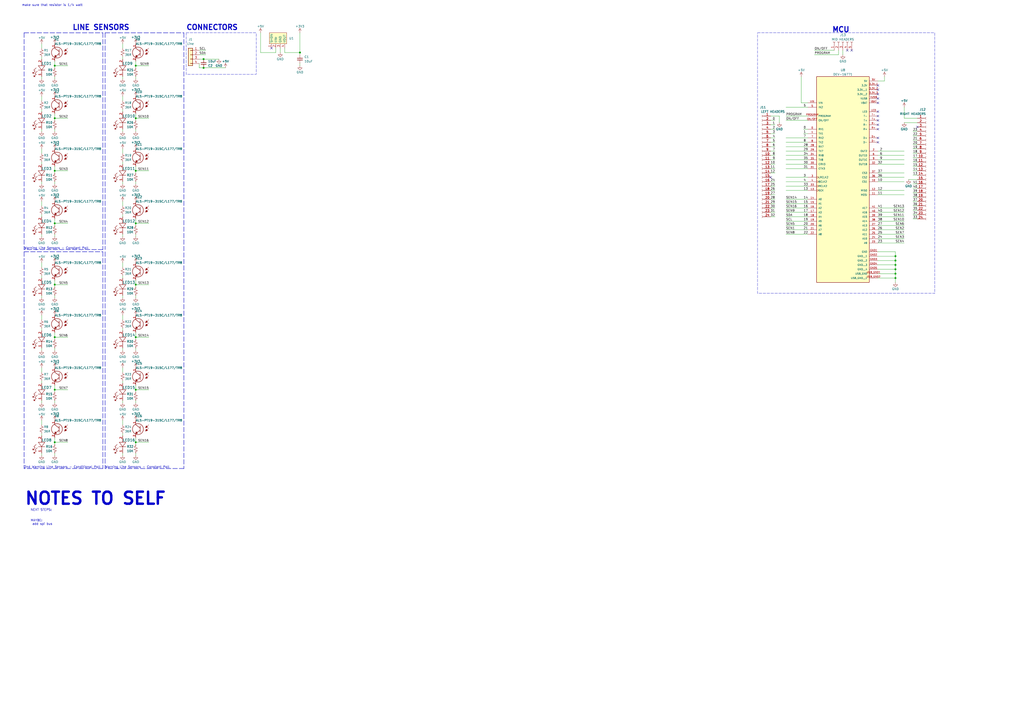
<source format=kicad_sch>
(kicad_sch (version 20230121) (generator eeschema)
  (paper "A2")
  (title_block (title "LINE 3.0 PCB") (date "2023-09-02") (rev "3.0") (company "Team Silverback"))
  (junction (at 519.43 158.75))
  (junction (at 31.75 195.58))
  (junction (at 78.74 99.06))
  (junction (at 173.99 30.48))
  (junction (at 519.43 161.29))
  (junction (at 519.43 151.13))
  (junction (at 78.74 68.58))
  (junction (at 78.74 226.06))
  (junction (at 31.75 38.1))
  (junction (at 118.11 39.37))
  (junction (at 519.43 156.21))
  (junction (at 78.74 129.54))
  (junction (at 31.75 226.06))
  (junction (at 78.74 38.1))
  (junction (at 118.11 34.29))
  (junction (at 78.74 165.1))
  (junction (at 78.74 256.54))
  (junction (at 31.75 68.58))
  (junction (at 31.75 256.54))
  (junction (at 31.75 129.54))
  (junction (at 519.43 153.67))
  (junction (at 519.43 148.59))
  (junction (at 31.75 165.1))
  (junction (at 31.75 99.06))
  (junction (at 78.74 195.58))
  (no_connect (at 532.13 73.66))
  (no_connect (at 509.27 57.15))
  (no_connect (at 509.27 59.69))
  (no_connect (at 447.04 102.87))
  (no_connect (at 509.27 74.93))
  (no_connect (at 509.27 69.85))
  (no_connect (at 509.27 82.55))
  (no_connect (at 509.27 67.31))
  (no_connect (at 157.48 27.94))
  (no_connect (at 509.27 52.07))
  (no_connect (at 509.27 64.77))
  (no_connect (at 494.03 29.21))
  (no_connect (at 509.27 80.01))
  (no_connect (at 491.49 29.21))
  (no_connect (at 509.27 72.39))
  (no_connect (at 509.27 54.61))
  (no_connect (at 509.27 49.53))
  (wire (pts (xy 71.12 182.88) (xy 71.12 185.42)))
  (wire (pts (xy 31.75 74.93) (xy 31.75 76.2)))
  (wire (pts (xy 24.13 220.98) (xy 24.13 222.25)))
  (wire (pts (xy 529.59 83.82) (xy 532.13 83.82)))
  (wire (pts (xy 78.74 262.89) (xy 78.74 264.16)))
  (wire (pts (xy 529.59 91.44) (xy 532.13 91.44)))
  (wire (pts (xy 71.12 105.41) (xy 71.12 106.68)))
  (wire (pts (xy 118.11 34.29) (xy 127 34.29)))
  (wire (pts (xy 165.1 30.48) (xy 173.99 30.48)))
  (wire (pts (xy 24.13 105.41) (xy 24.13 106.68)))
  (wire (pts (xy 529.59 127) (xy 532.13 127)))
  (wire (pts (xy 449.58 120.65) (xy 447.04 120.65)))
  (wire (pts (xy 24.13 93.98) (xy 24.13 95.25)))
  (wire (pts (xy 78.74 256.54) (xy 78.74 254)))
  (wire (pts (xy 71.12 190.5) (xy 71.12 191.77)))
  (wire (pts (xy 24.13 191.77) (xy 24.13 190.5)))
  (wire (pts (xy 524.51 62.23) (xy 524.51 68.58)))
  (wire (pts (xy 31.75 256.54) (xy 39.37 256.54)))
  (wire (pts (xy 447.04 67.31) (xy 452.12 67.31)))
  (wire (pts (xy 71.12 74.93) (xy 71.12 76.2)))
  (wire (pts (xy 31.75 68.58) (xy 31.75 66.04)))
  (wire (pts (xy 464.82 44.45) (xy 464.82 59.69)))
  (wire (pts (xy 529.59 86.36) (xy 532.13 86.36)))
  (wire (pts (xy 524.51 140.97) (xy 509.27 140.97)))
  (polyline (pts (xy 106.68 19.05) (xy 106.68 271.78)) (stroke (width 0.25) (type dash)))
  (wire (pts (xy 31.75 165.1) (xy 31.75 166.37)))
  (wire (pts (xy 31.75 256.54) (xy 31.75 254)))
  (wire (pts (xy 529.59 96.52) (xy 532.13 96.52)))
  (wire (pts (xy 529.59 101.6) (xy 532.13 101.6)))
  (wire (pts (xy 455.93 62.23) (xy 468.63 62.23)))
  (wire (pts (xy 529.59 88.9) (xy 532.13 88.9)))
  (wire (pts (xy 78.74 201.93) (xy 78.74 203.2)))
  (wire (pts (xy 449.58 82.55) (xy 447.04 82.55)))
  (wire (pts (xy 31.75 226.06) (xy 39.37 226.06)))
  (wire (pts (xy 24.13 33.02) (xy 24.13 34.29)))
  (wire (pts (xy 78.74 38.1) (xy 78.74 35.56)))
  (wire (pts (xy 449.58 69.85) (xy 447.04 69.85)))
  (wire (pts (xy 486.41 29.21) (xy 486.41 31.75)))
  (wire (pts (xy 24.13 182.88) (xy 24.13 185.42)))
  (wire (pts (xy 78.74 99.06) (xy 78.74 96.52)))
  (wire (pts (xy 24.13 44.45) (xy 24.13 45.72)))
  (wire (pts (xy 455.93 118.11) (xy 468.63 118.11)))
  (wire (pts (xy 71.12 119.38) (xy 71.12 116.84)))
  (wire (pts (xy 31.75 99.06) (xy 39.37 99.06)))
  (wire (pts (xy 71.12 262.89) (xy 71.12 264.16)))
  (wire (pts (xy 78.74 99.06) (xy 86.36 99.06)))
  (wire (pts (xy 24.13 262.89) (xy 24.13 264.16)))
  (wire (pts (xy 31.75 99.06) (xy 31.75 100.33)))
  (wire (pts (xy 449.58 85.09) (xy 447.04 85.09)))
  (wire (pts (xy 509.27 87.63) (xy 524.51 87.63)))
  (wire (pts (xy 449.58 87.63) (xy 447.04 87.63)))
  (wire (pts (xy 31.75 262.89) (xy 31.75 264.16)))
  (wire (pts (xy 529.59 124.46) (xy 532.13 124.46)))
  (wire (pts (xy 78.74 68.58) (xy 78.74 66.04)))
  (wire (pts (xy 455.93 125.73) (xy 468.63 125.73)))
  (wire (pts (xy 455.93 82.55) (xy 468.63 82.55)))
  (polyline (pts (xy 13.97 19.05) (xy 59.69 19.05)) (stroke (width 0.25) (type dash)))
  (wire (pts (xy 509.27 133.35) (xy 524.51 133.35)))
  (wire (pts (xy 509.27 113.03) (xy 524.51 113.03)))
  (wire (pts (xy 24.13 124.46) (xy 24.13 125.73)))
  (wire (pts (xy 509.27 146.05) (xy 519.43 146.05)))
  (wire (pts (xy 115.57 39.37) (xy 115.57 36.83)))
  (wire (pts (xy 115.57 29.21) (xy 119.38 29.21)))
  (wire (pts (xy 173.99 19.05) (xy 173.99 30.48)))
  (polyline (pts (xy 60.96 146.05) (xy 60.96 271.78)) (stroke (width 0.25) (type dash)))
  (wire (pts (xy 519.43 153.67) (xy 519.43 156.21)))
  (wire (pts (xy 455.93 97.79) (xy 468.63 97.79)))
  (wire (pts (xy 71.12 201.93) (xy 71.12 203.2)))
  (wire (pts (xy 115.57 34.29) (xy 118.11 34.29)))
  (wire (pts (xy 449.58 74.93) (xy 447.04 74.93)))
  (wire (pts (xy 78.74 226.06) (xy 78.74 227.33)))
  (wire (pts (xy 71.12 55.88) (xy 71.12 58.42)))
  (wire (pts (xy 466.09 74.93) (xy 468.63 74.93)))
  (wire (pts (xy 449.58 80.01) (xy 447.04 80.01)))
  (wire (pts (xy 24.13 63.5) (xy 24.13 64.77)))
  (polyline (pts (xy 13.97 19.05) (xy 13.97 144.78)) (stroke (width 0.25) (type dash)))
  (wire (pts (xy 24.13 203.2) (xy 24.13 201.93)))
  (wire (pts (xy 449.58 92.71) (xy 447.04 92.71)))
  (wire (pts (xy 78.74 129.54) (xy 78.74 130.81)))
  (wire (pts (xy 78.74 165.1) (xy 78.74 162.56)))
  (wire (pts (xy 509.27 138.43) (xy 524.51 138.43)))
  (wire (pts (xy 449.58 90.17) (xy 447.04 90.17)))
  (wire (pts (xy 24.13 116.84) (xy 24.13 119.38)))
  (wire (pts (xy 455.93 87.63) (xy 468.63 87.63)))
  (wire (pts (xy 24.13 160.02) (xy 24.13 161.29)))
  (wire (pts (xy 78.74 129.54) (xy 78.74 127)))
  (wire (pts (xy 449.58 123.19) (xy 447.04 123.19)))
  (wire (pts (xy 529.59 99.06) (xy 532.13 99.06)))
  (wire (pts (xy 472.44 29.21) (xy 483.87 29.21)))
  (wire (pts (xy 509.27 153.67) (xy 519.43 153.67)))
  (wire (pts (xy 118.11 39.37) (xy 130.81 39.37)))
  (wire (pts (xy 529.59 121.92) (xy 532.13 121.92)))
  (wire (pts (xy 509.27 156.21) (xy 519.43 156.21)))
  (wire (pts (xy 71.12 171.45) (xy 71.12 172.72)))
  (wire (pts (xy 71.12 86.36) (xy 71.12 88.9)))
  (wire (pts (xy 509.27 135.89) (xy 524.51 135.89)))
  (wire (pts (xy 455.93 90.17) (xy 468.63 90.17)))
  (wire (pts (xy 78.74 256.54) (xy 86.36 256.54)))
  (wire (pts (xy 455.93 85.09) (xy 468.63 85.09)))
  (wire (pts (xy 452.12 67.31) (xy 452.12 71.12)))
  (wire (pts (xy 519.43 156.21) (xy 519.43 158.75)))
  (wire (pts (xy 509.27 123.19) (xy 524.51 123.19)))
  (wire (pts (xy 71.12 33.02) (xy 71.12 34.29)))
  (wire (pts (xy 160.02 27.94) (xy 160.02 30.48)))
  (wire (pts (xy 31.75 129.54) (xy 31.75 127)))
  (wire (pts (xy 78.74 38.1) (xy 86.36 38.1)))
  (wire (pts (xy 509.27 95.25) (xy 524.51 95.25)))
  (wire (pts (xy 31.75 44.45) (xy 31.75 45.72)))
  (polyline (pts (xy 60.96 19.05) (xy 106.68 19.05)) (stroke (width 0.25) (type dash)))
  (wire (pts (xy 31.75 68.58) (xy 39.37 68.58)))
  (wire (pts (xy 509.27 158.75) (xy 519.43 158.75)))
  (wire (pts (xy 524.51 68.58) (xy 532.13 68.58)))
  (wire (pts (xy 31.75 226.06) (xy 31.75 227.33)))
  (wire (pts (xy 78.74 99.06) (xy 78.74 100.33)))
  (wire (pts (xy 532.13 71.12) (xy 524.51 71.12)))
  (wire (pts (xy 509.27 128.27) (xy 524.51 128.27)))
  (wire (pts (xy 529.59 111.76) (xy 532.13 111.76)))
  (wire (pts (xy 24.13 55.88) (xy 24.13 58.42)))
  (wire (pts (xy 527.05 104.14) (xy 532.13 104.14)))
  (wire (pts (xy 165.1 27.94) (xy 165.1 30.48)))
  (wire (pts (xy 78.74 68.58) (xy 86.36 68.58)))
  (wire (pts (xy 78.74 38.1) (xy 78.74 39.37)))
  (wire (pts (xy 455.93 133.35) (xy 468.63 133.35)))
  (wire (pts (xy 472.44 31.75) (xy 486.41 31.75)))
  (wire (pts (xy 71.12 63.5) (xy 71.12 64.77)))
  (wire (pts (xy 529.59 109.22) (xy 532.13 109.22)))
  (wire (pts (xy 529.59 81.28) (xy 532.13 81.28)))
  (wire (pts (xy 455.93 110.49) (xy 468.63 110.49)))
  (wire (pts (xy 31.75 165.1) (xy 39.37 165.1)))
  (wire (pts (xy 488.95 29.21) (xy 488.95 31.75)))
  (polyline (pts (xy 59.69 271.78) (xy 13.97 271.78)) (stroke (width 0.25) (type dash)))
  (wire (pts (xy 24.13 172.72) (xy 24.13 171.45)))
  (wire (pts (xy 71.12 232.41) (xy 71.12 233.68)))
  (wire (pts (xy 519.43 148.59) (xy 519.43 151.13)))
  (wire (pts (xy 71.12 213.36) (xy 71.12 215.9)))
  (wire (pts (xy 509.27 46.99) (xy 513.08 46.99)))
  (wire (pts (xy 31.75 38.1) (xy 31.75 39.37)))
  (wire (pts (xy 449.58 110.49) (xy 447.04 110.49)))
  (wire (pts (xy 31.75 165.1) (xy 31.75 162.56)))
  (wire (pts (xy 31.75 105.41) (xy 31.75 106.68)))
  (wire (pts (xy 78.74 195.58) (xy 78.74 193.04)))
  (wire (pts (xy 509.27 100.33) (xy 524.51 100.33)))
  (wire (pts (xy 31.75 195.58) (xy 39.37 195.58)))
  (wire (pts (xy 31.75 68.58) (xy 31.75 69.85)))
  (wire (pts (xy 449.58 100.33) (xy 447.04 100.33)))
  (wire (pts (xy 449.58 118.11) (xy 447.04 118.11)))
  (wire (pts (xy 449.58 115.57) (xy 447.04 115.57)))
  (wire (pts (xy 455.93 120.65) (xy 468.63 120.65)))
  (polyline (pts (xy 59.69 144.78) (xy 13.97 144.78)) (stroke (width 0.25) (type dash)))
  (wire (pts (xy 455.93 92.71) (xy 468.63 92.71)))
  (wire (pts (xy 509.27 125.73) (xy 524.51 125.73)))
  (wire (pts (xy 71.12 135.89) (xy 71.12 137.16)))
  (wire (pts (xy 449.58 125.73) (xy 447.04 125.73)))
  (wire (pts (xy 449.58 97.79) (xy 447.04 97.79)))
  (wire (pts (xy 24.13 233.68) (xy 24.13 232.41)))
  (wire (pts (xy 519.43 161.29) (xy 519.43 163.83)))
  (wire (pts (xy 78.74 256.54) (xy 78.74 257.81)))
  (wire (pts (xy 455.93 115.57) (xy 468.63 115.57)))
  (wire (pts (xy 31.75 232.41) (xy 31.75 233.68)))
  (wire (pts (xy 78.74 74.93) (xy 78.74 76.2)))
  (polyline (pts (xy 59.69 146.05) (xy 59.69 271.78)) (stroke (width 0.25) (type dash)))
  (wire (pts (xy 24.13 213.36) (xy 24.13 215.9)))
  (polyline (pts (xy 59.69 19.05) (xy 59.69 144.78)) (stroke (width 0.25) (type dash)))
  (wire (pts (xy 173.99 36.83) (xy 173.99 38.1)))
  (wire (pts (xy 78.74 105.41) (xy 78.74 106.68)))
  (wire (pts (xy 455.93 67.31) (xy 468.63 67.31)))
  (wire (pts (xy 455.93 128.27) (xy 468.63 128.27)))
  (wire (pts (xy 509.27 90.17) (xy 524.51 90.17)))
  (wire (pts (xy 509.27 161.29) (xy 519.43 161.29)))
  (wire (pts (xy 71.12 44.45) (xy 71.12 45.72)))
  (wire (pts (xy 31.75 129.54) (xy 31.75 130.81)))
  (wire (pts (xy 24.13 74.93) (xy 24.13 76.2)))
  (wire (pts (xy 71.12 93.98) (xy 71.12 95.25)))
  (wire (pts (xy 31.75 171.45) (xy 31.75 172.72)))
  (wire (pts (xy 449.58 105.41) (xy 447.04 105.41)))
  (wire (pts (xy 78.74 226.06) (xy 86.36 226.06)))
  (polyline (pts (xy 60.96 19.05) (xy 60.96 144.78)) (stroke (width 0.25) (type dash)))
  (wire (pts (xy 455.93 102.87) (xy 468.63 102.87)))
  (wire (pts (xy 173.99 30.48) (xy 173.99 31.75)))
  (wire (pts (xy 466.09 77.47) (xy 468.63 77.47)))
  (wire (pts (xy 529.59 78.74) (xy 532.13 78.74)))
  (wire (pts (xy 31.75 201.93) (xy 31.75 203.2)))
  (wire (pts (xy 78.74 135.89) (xy 78.74 137.16)))
  (wire (pts (xy 455.93 123.19) (xy 468.63 123.19)))
  (wire (pts (xy 31.75 195.58) (xy 31.75 196.85)))
  (wire (pts (xy 529.59 106.68) (xy 532.13 106.68)))
  (wire (pts (xy 78.74 165.1) (xy 86.36 165.1)))
  (wire (pts (xy 455.93 95.25) (xy 468.63 95.25)))
  (wire (pts (xy 519.43 146.05) (xy 519.43 148.59)))
  (wire (pts (xy 468.63 59.69) (xy 464.82 59.69)))
  (wire (pts (xy 519.43 158.75) (xy 519.43 161.29)))
  (wire (pts (xy 71.12 25.4) (xy 71.12 27.94)))
  (wire (pts (xy 31.75 38.1) (xy 39.37 38.1)))
  (wire (pts (xy 24.13 86.36) (xy 24.13 88.9)))
  (wire (pts (xy 78.74 44.45) (xy 78.74 45.72)))
  (wire (pts (xy 78.74 195.58) (xy 78.74 196.85)))
  (wire (pts (xy 509.27 102.87) (xy 524.51 102.87)))
  (wire (pts (xy 24.13 152.4) (xy 24.13 154.94)))
  (wire (pts (xy 529.59 93.98) (xy 532.13 93.98)))
  (wire (pts (xy 78.74 165.1) (xy 78.74 166.37)))
  (wire (pts (xy 509.27 92.71) (xy 524.51 92.71)))
  (wire (pts (xy 31.75 129.54) (xy 39.37 129.54)))
  (polyline (pts (xy 106.68 271.78) (xy 60.96 271.78)) (stroke (width 0.25) (type dash)))
  (wire (pts (xy 71.12 251.46) (xy 71.12 252.73)))
  (wire (pts (xy 115.57 39.37) (xy 118.11 39.37)))
  (wire (pts (xy 449.58 113.03) (xy 447.04 113.03)))
  (wire (pts (xy 78.74 232.41) (xy 78.74 233.68)))
  (wire (pts (xy 71.12 243.84) (xy 71.12 246.38)))
  (wire (pts (xy 31.75 256.54) (xy 31.75 257.81)))
  (wire (pts (xy 151.13 19.05) (xy 151.13 30.48)))
  (wire (pts (xy 513.08 46.99) (xy 513.08 44.45)))
  (wire (pts (xy 24.13 251.46) (xy 24.13 252.73)))
  (wire (pts (xy 509.27 151.13) (xy 519.43 151.13)))
  (wire (pts (xy 78.74 171.45) (xy 78.74 172.72)))
  (wire (pts (xy 455.93 105.41) (xy 468.63 105.41)))
  (wire (pts (xy 509.27 105.41) (xy 524.51 105.41)))
  (wire (pts (xy 509.27 148.59) (xy 519.43 148.59)))
  (wire (pts (xy 160.02 30.48) (xy 151.13 30.48)))
  (wire (pts (xy 31.75 38.1) (xy 31.75 35.56)))
  (wire (pts (xy 529.59 119.38) (xy 532.13 119.38)))
  (wire (pts (xy 455.93 69.85) (xy 468.63 69.85)))
  (wire (pts (xy 529.59 114.3) (xy 532.13 114.3)))
  (wire (pts (xy 71.12 160.02) (xy 71.12 161.29)))
  (wire (pts (xy 24.13 243.84) (xy 24.13 246.38)))
  (wire (pts (xy 509.27 110.49) (xy 524.51 110.49)))
  (wire (pts (xy 455.93 80.01) (xy 468.63 80.01)))
  (wire (pts (xy 455.93 107.95) (xy 468.63 107.95)))
  (wire (pts (xy 449.58 72.39) (xy 447.04 72.39)))
  (polyline (pts (xy 13.97 146.05) (xy 13.97 271.78)) (stroke (width 0.25) (type dash)))
  (wire (pts (xy 31.75 99.06) (xy 31.75 96.52)))
  (wire (pts (xy 24.13 25.4) (xy 24.13 27.94)))
  (wire (pts (xy 31.75 226.06) (xy 31.75 223.52)))
  (wire (pts (xy 78.74 226.06) (xy 78.74 223.52)))
  (wire (pts (xy 529.59 116.84) (xy 532.13 116.84)))
  (wire (pts (xy 24.13 135.89) (xy 24.13 137.16)))
  (wire (pts (xy 449.58 107.95) (xy 447.04 107.95)))
  (wire (pts (xy 31.75 135.89) (xy 31.75 137.16)))
  (wire (pts (xy 509.27 130.81) (xy 524.51 130.81)))
  (wire (pts (xy 509.27 120.65) (xy 524.51 120.65)))
  (wire (pts (xy 31.75 195.58) (xy 31.75 193.04)))
  (wire (pts (xy 162.56 27.94) (xy 162.56 30.48)))
  (wire (pts (xy 455.93 135.89) (xy 468.63 135.89)))
  (wire (pts (xy 519.43 151.13) (xy 519.43 153.67)))
  (wire (pts (xy 115.57 31.75) (xy 119.38 31.75)))
  (wire (pts (xy 71.12 124.46) (xy 71.12 125.73)))
  (wire (pts (xy 78.74 195.58) (xy 86.36 195.58)))
  (wire (pts (xy 78.74 68.58) (xy 78.74 69.85)))
  (wire (pts (xy 449.58 95.25) (xy 447.04 95.25)))
  (wire (pts (xy 71.12 152.4) (xy 71.12 154.94)))
  (wire (pts (xy 449.58 77.47) (xy 447.04 77.47)))
  (wire (pts (xy 78.74 129.54) (xy 86.36 129.54)))
  (wire (pts (xy 71.12 220.98) (xy 71.12 222.25)))
  (wire (pts (xy 529.59 76.2) (xy 532.13 76.2)))
  (wire (pts (xy 455.93 130.81) (xy 468.63 130.81)))
  (polyline (pts (xy 13.97 146.05) (xy 59.69 146.05)) (stroke (width 0.25) (type dash)))
  (rectangle (start 439.42 19.05) (end 542.29 170.18) (stroke (width 0) (type dash)))
  (rectangle (start 107.95 19.05) (end 148.59 43.18) (stroke (width 0) (type dash)))
  (text "NOTES TO SELF" (at 13.97 293.37 0) (effects (font (size 7 7) (thickness 1.4) bold) (justify left bottom)))
  (text "NEXT STEPS:\n\n\nMAYBE:\n add spi bus" (at 17.78 304.8 0) (effects (font (size 1.27 1.27)) (justify left bottom)))
  (text "CONNECTORS" (at 107.95 17.78 0) (effects (font (size 3 3) (thickness 0.6) bold) (justify left bottom)))
  (text "LINE SENSORS" (at 41.91 17.78 0) (effects (font (size 3 3) (thickness 0.6) bold) (justify left bottom)))
  (text "2nd Warning Line Sensors - Conditional Poll" (at 13.97 271.78 0) (effects (font (size 1.27 1.27)) (justify left bottom)))
  (text "make sure that resistor is 1/4 watt" (at 12.7 3.81 0) (effects (font (size 1.27 1.27)) (justify left bottom)))
  (text "Warning Line Sensors - Constant Poll" (at 13.97 144.78 0) (effects (font (size 1.27 1.27)) (justify left bottom)))
  (text "Warning Line Sensors - Constant Poll" (at 60.96 271.78 0) (effects (font (size 1.27 1.27)) (justify left bottom)))
  (text "MCU " (at 482.6 19.05 0) (effects (font (size 3 3) (thickness 0.6) bold) (justify left bottom)))
  (label "SEN9" (at 86.36 38.1 180))
  (label "SDA" (at 119.38 31.75 180))
  (label "11" (at 511.81 113.03 180))
  (label "11" (at 449.58 97.79 180))
  (label "SEN11" (at 524.51 125.73 180))
  (label "16" (at 466.09 120.65 0))
  (label "SEN12" (at 524.51 123.19 180))
  (label "30" (at 466.09 95.25 0))
  (label "PROGRAM" (at 472.44 31.75 0))
  (label "0" (at 449.58 69.85 180))
  (label "9" (at 511.81 92.71 180))
  (label "6" (at 449.58 85.09 180))
  (label "25" (at 511.81 135.89 180))
  (label "SEN14" (at 455.93 115.57 0))
  (label "22" (at 529.59 78.74 0))
  (label "SDA" (at 455.93 125.73 0))
  (label "7" (at 449.58 87.63 180))
  (label "SEN6" (at 39.37 195.58 180))
  (label "19" (at 466.09 128.27 0))
  (label "36" (at 529.59 119.38 0))
  (label "0" (at 466.09 74.93 0))
  (label "36" (at 511.81 102.87 180))
  (label "26" (at 511.81 133.35 180))
  (label "28" (at 449.58 115.57 180))
  (label "17" (at 466.09 123.19 0))
  (label "8" (at 466.09 82.55 0))
  (label "SEN13" (at 524.51 120.65 180))
  (label "41" (at 529.59 106.68 0))
  (label "38" (at 511.81 128.27 180))
  (label "ON{slash}OFF" (at 472.44 29.21 0))
  (label "41" (at 511.81 120.65 180))
  (label "40" (at 511.81 123.19 180))
  (label "SEN1" (at 455.93 133.35 0))
  (label "25" (at 449.58 107.95 180))
  (label "PROGRAM" (at 455.93 67.31 0))
  (label "SEN3" (at 524.51 138.43 180))
  (label "12" (at 449.58 100.33 180))
  (label "29" (at 449.58 118.11 180))
  (label "SEN11" (at 86.36 99.06 180))
  (label "18" (at 529.59 88.9 0))
  (label "SEN9" (at 455.93 123.19 0))
  (label "33" (at 529.59 127 0))
  (label "19" (at 529.59 86.36 0))
  (label "39" (at 529.59 111.76 0))
  (label "16" (at 529.59 93.98 0))
  (label "14" (at 466.09 115.57 0))
  (label "31" (at 466.09 97.79 0))
  (label "2" (at 511.81 87.63 180))
  (label "1" (at 466.09 77.47 0))
  (label "32" (at 511.81 95.25 180))
  (label "9" (at 449.58 92.71 180))
  (label "34" (at 466.09 90.17 0))
  (label "27" (at 511.81 130.81 180))
  (label "15" (at 466.09 118.11 0))
  (label "SEN15" (at 86.36 226.06 180))
  (label "30" (at 449.58 120.65 180))
  (label "SEN7" (at 39.37 226.06 180))
  (label "SEN8" (at 39.37 256.54 180))
  (label "21" (at 466.09 133.35 0))
  (label "12" (at 511.81 110.49 180))
  (label "SEN10" (at 86.36 68.58 180))
  (label "SEN1" (at 39.37 38.1 180))
  (label "38" (at 529.59 114.3 0))
  (label "21" (at 529.59 81.28 0))
  (label "SEN16" (at 455.93 120.65 0))
  (label "10" (at 511.81 105.41 180))
  (label "20" (at 529.59 83.82 0))
  (label "40" (at 529.59 109.22 0))
  (label "24" (at 449.58 105.41 180))
  (label "29" (at 466.09 87.63 0))
  (label "22" (at 466.09 135.89 0))
  (label "13" (at 466.09 110.49 0))
  (label "SCL" (at 455.93 128.27 0))
  (label "SEN10" (at 524.51 128.27 180))
  (label "35" (at 529.59 121.92 0))
  (label "33" (at 466.09 107.95 0))
  (label "20" (at 466.09 130.81 0))
  (label "SEN2" (at 39.37 68.58 180))
  (label "SEN7" (at 524.51 135.89 180))
  (label "31" (at 449.58 123.19 180))
  (label "SEN5" (at 455.93 130.81 0))
  (label "37" (at 529.59 116.84 0))
  (label "1" (at 449.58 72.39 180))
  (label "13" (at 529.59 101.6 0))
  (label "37" (at 511.81 100.33 180))
  (label "4" (at 449.58 80.01 180))
  (label "35" (at 466.09 92.71 0))
  (label "5" (at 466.09 62.23 0))
  (label "34" (at 529.59 124.46 0))
  (label "27" (at 449.58 113.03 180))
  (label "8" (at 449.58 90.17 180))
  (label "5" (at 449.58 82.55 180))
  (label "SEN2" (at 524.51 133.35 180))
  (label "15" (at 529.59 96.52 0))
  (label "32" (at 449.58 125.73 180))
  (label "SCL" (at 119.38 29.21 180))
  (label "SEN4" (at 524.51 140.97 180))
  (label "SEN5" (at 39.37 165.1 180))
  (label "SEN15" (at 455.93 118.11 0))
  (label "SEN13" (at 86.36 165.1 180))
  (label "39" (at 511.81 125.73 180))
  (label "23" (at 529.59 76.2 0))
  (label "3" (at 466.09 102.87 0))
  (label "4" (at 466.09 105.41 0))
  (label "23" (at 511.81 140.97 180))
  (label "7" (at 466.09 80.01 0))
  (label "SEN12" (at 86.36 129.54 180))
  (label "14" (at 529.59 99.06 0))
  (label "3" (at 449.58 77.47 180))
  (label "SEN8" (at 455.93 135.89 0))
  (label "2" (at 449.58 74.93 180))
  (label "26" (at 449.58 110.49 180))
  (label "ON{slash}OFF" (at 455.93 69.85 0))
  (label "SEN3" (at 39.37 99.06 180))
  (label "SEN6" (at 524.51 130.81 180))
  (label "10" (at 449.58 95.25 180))
  (label "28" (at 466.09 85.09 0))
  (label "17" (at 529.59 91.44 0))
  (label "SEN14" (at 86.36 195.58 180))
  (label "18" (at 466.09 125.73 0))
  (label "24" (at 511.81 138.43 180))
  (label "6" (at 511.81 90.17 180))
  (label "SEN16" (at 86.36 256.54 180))
  (label "SEN4" (at 39.37 129.54 180))
  (symbol (lib_id "Device:R_Small_US") (at 78.74 260.35 0) (mirror x) (unit 1)
    (property "Reference" "R32" (at 77.47 259.08 0) (effects (justify right)))
    (property "Value" "10K" (at 77.47 261.62 0) (effects (justify right)))
    (property "Footprint" "Resistor_SMD:R_0805_2012Metric" (effects hide))
  )
  (symbol (lib_id "Device:R_Small_US") (at 31.75 133.35 0) (mirror x) (unit 1)
    (property "Reference" "R12" (at 30.48 132.08 0) (effects (justify right)))
    (property "Value" "10K" (at 30.48 134.62 0) (effects (justify right)))
    (property "Footprint" "Resistor_SMD:R_0805_2012Metric" (effects hide))
  )
  (symbol (lib_id "Device:R_Small_US") (at 24.13 121.92 0) (unit 1)
    (property "Reference" "R4" (at 25.4 120.65 0) (effects (justify left)))
    (property "Value" "36R" (at 25.4 123.19 0) (effects (justify left)))
    (property "Footprint" "Resistor_SMD:R_0805_2012Metric" (effects hide))
  )
  (symbol (lib_id "power:GND") (at 127 34.29 0) (mirror y) (unit 1)
    (property "Reference" "#PWR057" (effects hide))
    (property "Value" "GND" (at 127 38.1 0))
  )
  (symbol (lib_id "ALS-PT19-315C_L177_TR8:ALS-PT19-315C{slash}L177{slash}TR8") (at 34.29 218.44 0) (mirror y) (unit 1)
    (property "Reference" "A7" (at 31.75 210.82 0) (effects (justify right)))
    (property "Value" "ALS-PT19-315C/L177/TR8" (at 31.75 213.36 0) (effects (justify right)))
    (property "Footprint" "ALS-PT19-315C_L177_TR8:XDCR_ALS-PT19-315C_L177_TR8" (effects hide))
    (property "MAXIMUM_PACKAGE_HEIGHT" "0.7 mm" (effects hide))
    (property "STANDARD" "Manufacturer Recommendations" (effects hide))
    (property "PARTREV" "5" (effects hide))
    (property "MANUFACTURER" "Everlight" (effects hide))
  )
  (symbol (lib_id "power:+5V") (at 524.51 62.23 0) (mirror y) (unit 1)
    (property "Reference" "#PWR055" (effects hide))
    (property "Value" "+5V" (at 524.51 58.42 0))
  )
  (symbol (lib_id "JB2835AWT-W-U30GA0000-N0000001:JB2835AWT-W-U30GA0000-N0000001") (at 71.12 222.25 90) (mirror x) (unit 1)
    (property "Reference" "LED15" (at 71.12 224.79 90) (effects (font (size 1.524 1.524)) (justify right)))
    (property "Value" "JB2835AWT-W-U30GA0000-N0000001" (effects hide))
    (property "Footprint" "JB2835AWT-W-U30GA0000-N0000001:LED_J2835_CRW" (effects hide))
    (property "Datasheet" "JB2835AWT-W-U30GA0000-N0000001" (effects hide))
  )
  (symbol (lib_name "+5V_1") (lib_id "power:+5V") (at 151.13 19.05 0) (unit 1)
    (property "Reference" "#PWR09" (effects hide))
    (property "Value" "+5V" (at 151.13 15.24 0))
  )
  (symbol (lib_id "power:GND") (at 24.13 137.16 0) (unit 1)
    (property "Reference" "#PWR04" (effects hide))
    (property "Value" "GND" (at 24.13 140.97 0))
  )
  (symbol (lib_id "power:GND") (at 71.12 137.16 0) (unit 1)
    (property "Reference" "#PWR028" (effects hide))
    (property "Value" "GND" (at 71.12 140.97 0))
  )
  (symbol (lib_id "JB2835AWT-W-U30GA0000-N0000001:JB2835AWT-W-U30GA0000-N0000001") (at 24.13 34.29 90) (mirror x) (unit 1)
    (property "Reference" "LED1" (at 24.13 36.83 90) (effects (font (size 1.524 1.524)) (justify right)))
    (property "Value" "JB2835AWT-W-U30GA0000-N0000001" (effects hide))
    (property "Footprint" "JB2835AWT-W-U30GA0000-N0000001:LED_J2835_CRW" (effects hide))
    (property "Datasheet" "JB2835AWT-W-U30GA0000-N0000001" (effects hide))
  )
  (symbol (lib_id "power:GND") (at 31.75 76.2 0) (unit 1)
    (property "Reference" "#PWR018" (effects hide))
    (property "Value" "GND" (at 31.75 80.01 0))
  )
  (symbol (lib_id "Device:R_Small_US") (at 71.12 30.48 0) (unit 1)
    (property "Reference" "R17" (at 72.39 29.21 0) (effects (justify left)))
    (property "Value" "36R" (at 72.39 31.75 0) (effects (justify left)))
    (property "Footprint" "Resistor_SMD:R_0805_2012Metric" (effects hide))
  )
  (symbol (lib_id "power:GND") (at 488.95 31.75 0) (unit 1)
    (property "Reference" "#PWR092" (effects hide))
    (property "Value" "GND" (at 488.95 35.56 0))
  )
  (symbol (lib_id "Device:R_Small_US") (at 71.12 218.44 0) (unit 1)
    (property "Reference" "R23" (at 72.39 217.17 0) (effects (justify left)))
    (property "Value" "36R" (at 72.39 219.71 0) (effects (justify left)))
    (property "Footprint" "Resistor_SMD:R_0805_2012Metric" (effects hide))
  )
  (symbol (lib_id "JB2835AWT-W-U30GA0000-N0000001:JB2835AWT-W-U30GA0000-N0000001") (at 71.12 64.77 90) (mirror x) (unit 1)
    (property "Reference" "LED10" (at 71.12 67.31 90) (effects (font (size 1.524 1.524)) (justify right)))
    (property "Value" "JB2835AWT-W-U30GA0000-N0000001" (effects hide))
    (property "Footprint" "JB2835AWT-W-U30GA0000-N0000001:LED_J2835_CRW" (effects hide))
    (property "Datasheet" "JB2835AWT-W-U30GA0000-N0000001" (effects hide))
  )
  (symbol (lib_id "Connector:Conn_01x05_Socket") (at 488.95 24.13 90) (unit 1)
    (property "Reference" "J13" (at 488.95 20.32 90))
    (property "Value" "MID HEADERS" (at 488.95 22.86 90))
    (property "Footprint" "Connector_PinSocket_2.54mm:PinSocket_1x05_P2.54mm_Vertical" (effects hide))
  )
  (symbol (lib_id "JB2835AWT-W-U30GA0000-N0000001:JB2835AWT-W-U30GA0000-N0000001") (at 24.13 161.29 90) (mirror x) (unit 1)
    (property "Reference" "LED5" (at 24.13 163.83 90) (effects (font (size 1.524 1.524)) (justify right)))
    (property "Value" "JB2835AWT-W-U30GA0000-N0000001" (effects hide))
    (property "Footprint" "JB2835AWT-W-U30GA0000-N0000001:LED_J2835_CRW" (effects hide))
    (property "Datasheet" "JB2835AWT-W-U30GA0000-N0000001" (effects hide))
  )
  (symbol (lib_id "ALS-PT19-315C_L177_TR8:ALS-PT19-315C{slash}L177{slash}TR8") (at 81.28 248.92 0) (mirror y) (unit 1)
    (property "Reference" "A16" (at 78.74 241.3 0) (effects (justify right)))
    (property "Value" "ALS-PT19-315C/L177/TR8" (at 78.74 243.84 0) (effects (justify right)))
    (property "Footprint" "ALS-PT19-315C_L177_TR8:XDCR_ALS-PT19-315C_L177_TR8" (effects hide))
    (property "MAXIMUM_PACKAGE_HEIGHT" "0.7 mm" (effects hide))
    (property "STANDARD" "Manufacturer Recommendations" (effects hide))
    (property "PARTREV" "5" (effects hide))
    (property "MANUFACTURER" "Everlight" (effects hide))
  )
  (symbol (lib_id "Device:R_Small_US") (at 31.75 102.87 0) (mirror x) (unit 1)
    (property "Reference" "R11" (at 30.48 101.6 0) (effects (justify right)))
    (property "Value" "10K" (at 30.48 104.14 0) (effects (justify right)))
    (property "Footprint" "Resistor_SMD:R_0805_2012Metric" (effects hide))
  )
  (symbol (lib_id "power:GND") (at 24.13 106.68 0) (unit 1)
    (property "Reference" "#PWR03" (effects hide))
    (property "Value" "GND" (at 24.13 110.49 0))
  )
  (symbol (lib_id "ALS-PT19-315C_L177_TR8:ALS-PT19-315C{slash}L177{slash}TR8") (at 34.29 157.48 0) (mirror y) (unit 1)
    (property "Reference" "A5" (at 31.75 149.86 0) (effects (justify right)))
    (property "Value" "ALS-PT19-315C/L177/TR8" (at 31.75 152.4 0) (effects (justify right)))
    (property "Footprint" "ALS-PT19-315C_L177_TR8:XDCR_ALS-PT19-315C_L177_TR8" (effects hide))
    (property "MAXIMUM_PACKAGE_HEIGHT" "0.7 mm" (effects hide))
    (property "STANDARD" "Manufacturer Recommendations" (effects hide))
    (property "PARTREV" "5" (effects hide))
    (property "MANUFACTURER" "Everlight" (effects hide))
  )
  (symbol (lib_name "+5V_2") (lib_id "power:+5V") (at 71.12 213.36 0) (unit 1)
    (property "Reference" "#PWR0106" (effects hide))
    (property "Value" "+5V" (at 71.12 209.804 0))
  )
  (symbol (lib_id "power:GND") (at 78.74 106.68 0) (unit 1)
    (property "Reference" "#PWR043" (effects hide))
    (property "Value" "GND" (at 78.74 110.49 0))
  )
  (symbol (lib_id "power:GND") (at 78.74 233.68 0) (unit 1)
    (property "Reference" "#PWR047" (effects hide))
    (property "Value" "GND" (at 78.74 237.49 0))
  )
  (symbol (lib_id "power:+3V3") (at 31.75 86.36 0) (unit 1)
    (property "Reference" "#PWR033" (effects hide))
    (property "Value" "+3V3" (at 31.75 82.55 0))
  )
  (symbol (lib_id "power:+3V3") (at 31.75 182.88 0) (unit 1)
    (property "Reference" "#PWR039" (effects hide))
    (property "Value" "+3V3" (at 31.75 179.07 0))
  )
  (symbol (lib_id "ALS-PT19-315C_L177_TR8:ALS-PT19-315C{slash}L177{slash}TR8") (at 81.28 91.44 0) (mirror y) (unit 1)
    (property "Reference" "A11" (at 78.74 83.82 0) (effects (justify right)))
    (property "Value" "ALS-PT19-315C/L177/TR8" (at 78.74 86.36 0) (effects (justify right)))
    (property "Footprint" "ALS-PT19-315C_L177_TR8:XDCR_ALS-PT19-315C_L177_TR8" (effects hide))
    (property "MAXIMUM_PACKAGE_HEIGHT" "0.7 mm" (effects hide))
    (property "STANDARD" "Manufacturer Recommendations" (effects hide))
    (property "PARTREV" "5" (effects hide))
    (property "MANUFACTURER" "Everlight" (effects hide))
  )
  (symbol (lib_id "power:GND") (at 31.75 137.16 0) (unit 1)
    (property "Reference" "#PWR020" (effects hide))
    (property "Value" "GND" (at 31.75 140.97 0))
  )
  (symbol (lib_name "+5V_2") (lib_id "power:+5V") (at 130.81 39.37 0) (mirror y) (unit 1)
    (property "Reference" "#PWR056" (effects hide))
    (property "Value" "+5V" (at 130.81 35.56 0))
  )
  (symbol (lib_id "Device:R_Small_US") (at 24.13 60.96 0) (unit 1)
    (property "Reference" "R2" (at 25.4 59.69 0) (effects (justify left)))
    (property "Value" "36R" (at 25.4 62.23 0) (effects (justify left)))
    (property "Footprint" "Resistor_SMD:R_0805_2012Metric" (effects hide))
  )
  (symbol (lib_id "ALS-PT19-315C_L177_TR8:ALS-PT19-315C{slash}L177{slash}TR8") (at 34.29 30.48 0) (mirror y) (unit 1)
    (property "Reference" "A1" (at 31.75 22.86 0) (effects (justify right)))
    (property "Value" "ALS-PT19-315C/L177/TR8" (at 31.75 25.4 0) (effects (justify right)))
    (property "Footprint" "ALS-PT19-315C_L177_TR8:XDCR_ALS-PT19-315C_L177_TR8" (effects hide))
    (property "MAXIMUM_PACKAGE_HEIGHT" "0.7 mm" (effects hide))
    (property "STANDARD" "Manufacturer Recommendations" (effects hide))
    (property "PARTREV" "5" (effects hide))
    (property "MANUFACTURER" "Everlight" (effects hide))
  )
  (symbol (lib_id "JB2835AWT-W-U30GA0000-N0000001:JB2835AWT-W-U30GA0000-N0000001") (at 24.13 252.73 90) (mirror x) (unit 1)
    (property "Reference" "LED8" (at 24.13 255.27 90) (effects (font (size 1.524 1.524)) (justify right)))
    (property "Value" "JB2835AWT-W-U30GA0000-N0000001" (effects hide))
    (property "Footprint" "JB2835AWT-W-U30GA0000-N0000001:LED_J2835_CRW" (effects hide))
    (property "Datasheet" "JB2835AWT-W-U30GA0000-N0000001" (effects hide))
  )
  (symbol (lib_id "power:+3V3") (at 31.75 243.84 0) (unit 1)
    (property "Reference" "#PWR054" (effects hide))
    (property "Value" "+3V3" (at 31.75 240.03 0))
  )
  (symbol (lib_id "power:GND") (at 78.74 172.72 0) (unit 1)
    (property "Reference" "#PWR045" (effects hide))
    (property "Value" "GND" (at 78.74 176.53 0))
  )
  (symbol (lib_id "JB2835AWT-W-U30GA0000-N0000001:JB2835AWT-W-U30GA0000-N0000001") (at 24.13 64.77 90) (mirror x) (unit 1)
    (property "Reference" "LED2" (at 24.13 67.31 90) (effects (font (size 1.524 1.524)) (justify right)))
    (property "Value" "JB2835AWT-W-U30GA0000-N0000001" (effects hide))
    (property "Footprint" "JB2835AWT-W-U30GA0000-N0000001:LED_J2835_CRW" (effects hide))
    (property "Datasheet" "JB2835AWT-W-U30GA0000-N0000001" (effects hide))
  )
  (symbol (lib_id "power:GND") (at 71.12 203.2 0) (unit 1)
    (property "Reference" "#PWR030" (effects hide))
    (property "Value" "GND" (at 71.12 207.01 0))
  )
  (symbol (lib_id "Device:R_Small_US") (at 24.13 91.44 0) (unit 1)
    (property "Reference" "R3" (at 25.4 90.17 0) (effects (justify left)))
    (property "Value" "36R" (at 25.4 92.71 0) (effects (justify left)))
    (property "Footprint" "Resistor_SMD:R_0805_2012Metric" (effects hide))
  )
  (symbol (lib_id "Device:R_Small_US") (at 31.75 229.87 0) (mirror x) (unit 1)
    (property "Reference" "R15" (at 30.48 228.6 0) (effects (justify right)))
    (property "Value" "10K" (at 30.48 231.14 0) (effects (justify right)))
    (property "Footprint" "Resistor_SMD:R_0805_2012Metric" (effects hide))
  )
  (symbol (lib_id "Device:R_Small_US") (at 71.12 60.96 0) (unit 1)
    (property "Reference" "R18" (at 72.39 59.69 0) (effects (justify left)))
    (property "Value" "36R" (at 72.39 62.23 0) (effects (justify left)))
    (property "Footprint" "Resistor_SMD:R_0805_2012Metric" (effects hide))
  )
  (symbol (lib_id "power:+3V3") (at 31.75 152.4 0) (unit 1)
    (property "Reference" "#PWR037" (effects hide))
    (property "Value" "+3V3" (at 31.75 148.59 0))
  )
  (symbol (lib_id "ALS-PT19-315C_L177_TR8:ALS-PT19-315C{slash}L177{slash}TR8") (at 81.28 121.92 0) (mirror y) (unit 1)
    (property "Reference" "A12" (at 78.74 114.3 0) (effects (justify right)))
    (property "Value" "ALS-PT19-315C/L177/TR8" (at 78.74 116.84 0) (effects (justify right)))
    (property "Footprint" "ALS-PT19-315C_L177_TR8:XDCR_ALS-PT19-315C_L177_TR8" (effects hide))
    (property "MAXIMUM_PACKAGE_HEIGHT" "0.7 mm" (effects hide))
    (property "STANDARD" "Manufacturer Recommendations" (effects hide))
    (property "PARTREV" "5" (effects hide))
    (property "MANUFACTURER" "Everlight" (effects hide))
  )
  (symbol (lib_id "JB2835AWT-W-U30GA0000-N0000001:JB2835AWT-W-U30GA0000-N0000001") (at 24.13 95.25 90) (mirror x) (unit 1)
    (property "Reference" "LED3" (at 24.13 97.79 90) (effects (font (size 1.524 1.524)) (justify right)))
    (property "Value" "JB2835AWT-W-U30GA0000-N0000001" (effects hide))
    (property "Footprint" "JB2835AWT-W-U30GA0000-N0000001:LED_J2835_CRW" (effects hide))
    (property "Datasheet" "JB2835AWT-W-U30GA0000-N0000001" (effects hide))
  )
  (symbol (lib_id "power:GND") (at 78.74 137.16 0) (unit 1)
    (property "Reference" "#PWR044" (effects hide))
    (property "Value" "GND" (at 78.74 140.97 0))
  )
  (symbol (lib_id "power:GND") (at 524.51 71.12 0) (unit 1)
    (property "Reference" "#PWR089" (effects hide))
    (property "Value" "GND" (at 524.51 74.93 0))
  )
  (symbol (lib_id "power:GND") (at 71.12 45.72 0) (unit 1)
    (property "Reference" "#PWR025" (effects hide))
    (property "Value" "GND" (at 71.12 49.53 0))
  )
  (symbol (lib_id "power:GND") (at 71.12 76.2 0) (unit 1)
    (property "Reference" "#PWR026" (effects hide))
    (property "Value" "GND" (at 71.12 80.01 0))
  )
  (symbol (lib_id "Device:R_Small_US") (at 24.13 30.48 0) (unit 1)
    (property "Reference" "R1" (at 25.4 29.21 0) (effects (justify left)))
    (property "Value" "36R" (at 25.4 31.75 0) (effects (justify left)))
    (property "Footprint" "Resistor_SMD:R_0805_2012Metric" (effects hide))
  )
  (symbol (lib_id "power:GND") (at 527.05 104.14 0) (unit 1)
    (property "Reference" "#PWR091" (effects hide))
    (property "Value" "GND" (at 527.05 107.95 0))
  )
  (symbol (lib_id "power:+3V3") (at 78.74 243.84 0) (unit 1)
    (property "Reference" "#PWR050" (effects hide))
    (property "Value" "+3V3" (at 78.74 240.03 0))
  )
  (symbol (lib_id "JB2835AWT-W-U30GA0000-N0000001:JB2835AWT-W-U30GA0000-N0000001") (at 24.13 125.73 90) (mirror x) (unit 1)
    (property "Reference" "LED4" (at 24.13 128.27 90) (effects (font (size 1.524 1.524)) (justify right)))
    (property "Value" "JB2835AWT-W-U30GA0000-N0000001" (effects hide))
    (property "Footprint" "JB2835AWT-W-U30GA0000-N0000001:LED_J2835_CRW" (effects hide))
    (property "Datasheet" "JB2835AWT-W-U30GA0000-N0000001" (effects hide))
  )
  (symbol (lib_id "power:GND") (at 71.12 233.68 0) (unit 1)
    (property "Reference" "#PWR031" (effects hide))
    (property "Value" "GND" (at 71.12 237.49 0))
  )
  (symbol (lib_id "JB2835AWT-W-U30GA0000-N0000001:JB2835AWT-W-U30GA0000-N0000001") (at 24.13 222.25 90) (mirror x) (unit 1)
    (property "Reference" "LED7" (at 24.13 224.79 90) (effects (font (size 1.524 1.524)) (justify right)))
    (property "Value" "JB2835AWT-W-U30GA0000-N0000001" (effects hide))
    (property "Footprint" "JB2835AWT-W-U30GA0000-N0000001:LED_J2835_CRW" (effects hide))
    (property "Datasheet" "JB2835AWT-W-U30GA0000-N0000001" (effects hide))
  )
  (symbol (lib_id "ALS-PT19-315C_L177_TR8:ALS-PT19-315C{slash}L177{slash}TR8") (at 34.29 60.96 0) (mirror y) (unit 1)
    (property "Reference" "A2" (at 31.75 53.34 0) (effects (justify right)))
    (property "Value" "ALS-PT19-315C/L177/TR8" (at 31.75 55.88 0) (effects (justify right)))
    (property "Footprint" "ALS-PT19-315C_L177_TR8:XDCR_ALS-PT19-315C_L177_TR8" (effects hide))
    (property "MAXIMUM_PACKAGE_HEIGHT" "0.7 mm" (effects hide))
    (property "STANDARD" "Manufacturer Recommendations" (effects hide))
    (property "PARTREV" "5" (effects hide))
    (property "MANUFACTURER" "Everlight" (effects hide))
  )
  (symbol (lib_id "JB2835AWT-W-U30GA0000-N0000001:JB2835AWT-W-U30GA0000-N0000001") (at 71.12 125.73 90) (mirror x) (unit 1)
    (property "Reference" "LED12" (at 71.12 128.27 90) (effects (font (size 1.524 1.524)) (justify right)))
    (property "Value" "JB2835AWT-W-U30GA0000-N0000001" (effects hide))
    (property "Footprint" "JB2835AWT-W-U30GA0000-N0000001:LED_J2835_CRW" (effects hide))
    (property "Datasheet" "JB2835AWT-W-U30GA0000-N0000001" (effects hide))
  )
  (symbol (lib_id "power:+3V3") (at 173.99 19.05 0) (unit 1)
    (property "Reference" "#PWR011" (effects hide))
    (property "Value" "+3V3" (at 173.99 15.24 0))
  )
  (symbol (lib_id "Device:R_Small_US") (at 31.75 260.35 0) (mirror x) (unit 1)
    (property "Reference" "R16" (at 30.48 259.08 0) (effects (justify right)))
    (property "Value" "10K" (at 30.48 261.62 0) (effects (justify right)))
    (property "Footprint" "Resistor_SMD:R_0805_2012Metric" (effects hide))
  )
  (symbol (lib_id "power:GND") (at 162.56 30.48 0) (unit 1)
    (property "Reference" "#PWR010" (effects hide))
    (property "Value" "GND" (at 162.56 34.29 0))
  )
  (symbol (lib_id "Device:R_Small_US") (at 31.75 168.91 0) (mirror x) (unit 1)
    (property "Reference" "R13" (at 30.48 167.64 0) (effects (justify right)))
    (property "Value" "10K" (at 30.48 170.18 0) (effects (justify right)))
    (property "Footprint" "Resistor_SMD:R_0805_2012Metric" (effects hide))
  )
  (symbol (lib_id "power:GND") (at 24.13 203.2 0) (unit 1)
    (property "Reference" "#PWR06" (effects hide))
    (property "Value" "GND" (at 24.13 207.01 0))
  )
  (symbol (lib_name "+5V_3") (lib_id "power:+5V") (at 71.12 116.84 0) (unit 1)
    (property "Reference" "#PWR0112" (effects hide))
    (property "Value" "+5V" (at 71.12 113.284 0))
  )
  (symbol (lib_id "Device:R_Small_US") (at 78.74 72.39 0) (mirror x) (unit 1)
    (property "Reference" "R26" (at 77.47 71.12 0) (effects (justify right)))
    (property "Value" "10K" (at 77.47 73.66 0) (effects (justify right)))
    (property "Footprint" "Resistor_SMD:R_0805_2012Metric" (effects hide))
  )
  (symbol (lib_id "power:GND") (at 31.75 106.68 0) (unit 1)
    (property "Reference" "#PWR019" (effects hide))
    (property "Value" "GND" (at 31.75 110.49 0))
  )
  (symbol (lib_name "+5V_4") (lib_id "power:+5V") (at 71.12 55.88 0) (unit 1)
    (property "Reference" "#PWR0117" (effects hide))
    (property "Value" "+5V" (at 71.12 52.324 0))
  )
  (symbol (lib_id "Device:R_Small_US") (at 24.13 157.48 0) (unit 1)
    (property "Reference" "R5" (at 25.4 156.21 0) (effects (justify left)))
    (property "Value" "36R" (at 25.4 158.75 0) (effects (justify left)))
    (property "Footprint" "Resistor_SMD:R_0805_2012Metric" (effects hide))
  )
  (symbol (lib_name "+5V_5") (lib_id "power:+5V") (at 24.13 243.84 0) (unit 1)
    (property "Reference" "#PWR0109" (effects hide))
    (property "Value" "+5V" (at 24.13 240.284 0))
  )
  (symbol (lib_id "Device:R_Small_US") (at 31.75 41.91 0) (mirror x) (unit 1)
    (property "Reference" "R9" (at 30.48 40.64 0) (effects (justify right)))
    (property "Value" "10K" (at 30.48 43.18 0) (effects (justify right)))
    (property "Footprint" "Resistor_SMD:R_0805_2012Metric" (effects hide))
  )
  (symbol (lib_id "JB2835AWT-W-U30GA0000-N0000001:JB2835AWT-W-U30GA0000-N0000001") (at 71.12 161.29 90) (mirror x) (unit 1)
    (property "Reference" "LED13" (at 71.12 163.83 90) (effects (font (size 1.524 1.524)) (justify right)))
    (property "Value" "JB2835AWT-W-U30GA0000-N0000001" (effects hide))
    (property "Footprint" "JB2835AWT-W-U30GA0000-N0000001:LED_J2835_CRW" (effects hide))
    (property "Datasheet" "JB2835AWT-W-U30GA0000-N0000001" (effects hide))
  )
  (symbol (lib_name "+5V_6") (lib_id "power:+5V") (at 24.13 55.88 0) (unit 1)
    (property "Reference" "#PWR0115" (effects hide))
    (property "Value" "+5V" (at 24.13 52.324 0))
  )
  (symbol (lib_id "Device:R_Small_US") (at 31.75 72.39 0) (mirror x) (unit 1)
    (property "Reference" "R10" (at 30.48 71.12 0) (effects (justify right)))
    (property "Value" "10K" (at 30.48 73.66 0) (effects (justify right)))
    (property "Footprint" "Resistor_SMD:R_0805_2012Metric" (effects hide))
  )
  (symbol (lib_id "power:+5V") (at 464.82 44.45 0) (mirror y) (unit 1)
    (property "Reference" "#PWR085" (effects hide))
    (property "Value" "+5V" (at 464.82 40.64 0))
  )
  (symbol (lib_id "Device:R_Small_US") (at 24.13 218.44 0) (unit 1)
    (property "Reference" "R7" (at 25.4 217.17 0) (effects (justify left)))
    (property "Value" "36R" (at 25.4 219.71 0) (effects (justify left)))
    (property "Footprint" "Resistor_SMD:R_0805_2012Metric" (effects hide))
  )
  (symbol (lib_id "JB2835AWT-W-U30GA0000-N0000001:JB2835AWT-W-U30GA0000-N0000001") (at 71.12 34.29 90) (mirror x) (unit 1)
    (property "Reference" "LED9" (at 71.12 36.83 90) (effects (font (size 1.524 1.524)) (justify right)))
    (property "Value" "JB2835AWT-W-U30GA0000-N0000001" (effects hide))
    (property "Footprint" "JB2835AWT-W-U30GA0000-N0000001:LED_J2835_CRW" (effects hide))
    (property "Datasheet" "JB2835AWT-W-U30GA0000-N0000001" (effects hide))
  )
  (symbol (lib_id "power:GND") (at 173.99 38.1 0) (unit 1)
    (property "Reference" "#PWR012" (effects hide))
    (property "Value" "GND" (at 173.99 41.91 0))
  )
  (symbol (lib_id "power:GND") (at 31.75 172.72 0) (unit 1)
    (property "Reference" "#PWR021" (effects hide))
    (property "Value" "GND" (at 31.75 176.53 0))
  )
  (symbol (lib_id "power:GND") (at 24.13 45.72 0) (unit 1)
    (property "Reference" "#PWR01" (effects hide))
    (property "Value" "GND" (at 24.13 49.53 0))
  )
  (symbol (lib_id "ALS-PT19-315C_L177_TR8:ALS-PT19-315C{slash}L177{slash}TR8") (at 34.29 187.96 0) (mirror y) (unit 1)
    (property "Reference" "A6" (at 31.75 180.34 0) (effects (justify right)))
    (property "Value" "ALS-PT19-315C/L177/TR8" (at 31.75 182.88 0) (effects (justify right)))
    (property "Footprint" "ALS-PT19-315C_L177_TR8:XDCR_ALS-PT19-315C_L177_TR8" (effects hide))
    (property "MAXIMUM_PACKAGE_HEIGHT" "0.7 mm" (effects hide))
    (property "STANDARD" "Manufacturer Recommendations" (effects hide))
    (property "PARTREV" "5" (effects hide))
    (property "MANUFACTURER" "Everlight" (effects hide))
  )
  (symbol (lib_id "power:GND") (at 78.74 264.16 0) (unit 1)
    (property "Reference" "#PWR048" (effects hide))
    (property "Value" "GND" (at 78.74 267.97 0))
  )
  (symbol (lib_id "power:GND") (at 71.12 106.68 0) (unit 1)
    (property "Reference" "#PWR027" (effects hide))
    (property "Value" "GND" (at 71.12 110.49 0))
  )
  (symbol (lib_id "power:+3V3") (at 78.74 213.36 0) (unit 1)
    (property "Reference" "#PWR049" (effects hide))
    (property "Value" "+3V3" (at 78.74 209.55 0))
  )
  (symbol (lib_id "Converter_DCDC:Pololu_3.3V,_500mA_Step-Down_Voltage_Regulator_D24V5F3_") (at 161.29 21.59 0) (unit 1)
    (property "Reference" "U1" (at 167.64 22.225 0) (effects (justify left)))
    (property "Value" "~" (at 160.02 21.59 0))
    (property "Footprint" "Converter_DCDC:Pololu 3.3V, 500mA Step-Down Voltage Regulator D24V5F3" (effects hide))
  )
  (symbol (lib_id "Device:R_Small_US") (at 78.74 229.87 0) (mirror x) (unit 1)
    (property "Reference" "R31" (at 77.47 228.6 0) (effects (justify right)))
    (property "Value" "10K" (at 77.47 231.14 0) (effects (justify right)))
    (property "Footprint" "Resistor_SMD:R_0805_2012Metric" (effects hide))
  )
  (symbol (lib_id "Device:R_Small_US") (at 31.75 199.39 0) (mirror x) (unit 1)
    (property "Reference" "R14" (at 30.48 198.12 0) (effects (justify right)))
    (property "Value" "10K" (at 30.48 200.66 0) (effects (justify right)))
    (property "Footprint" "Resistor_SMD:R_0805_2012Metric" (effects hide))
  )
  (symbol (lib_id "ALS-PT19-315C_L177_TR8:ALS-PT19-315C{slash}L177{slash}TR8") (at 81.28 60.96 0) (mirror y) (unit 1)
    (property "Reference" "A10" (at 78.74 53.34 0) (effects (justify right)))
    (property "Value" "ALS-PT19-315C/L177/TR8" (at 78.74 55.88 0) (effects (justify right)))
    (property "Footprint" "ALS-PT19-315C_L177_TR8:XDCR_ALS-PT19-315C_L177_TR8" (effects hide))
    (property "MAXIMUM_PACKAGE_HEIGHT" "0.7 mm" (effects hide))
    (property "STANDARD" "Manufacturer Recommendations" (effects hide))
    (property "PARTREV" "5" (effects hide))
    (property "MANUFACTURER" "Everlight" (effects hide))
  )
  (symbol (lib_id "power:+5V") (at 513.08 44.45 0) (mirror y) (unit 1)
    (property "Reference" "#PWR086" (effects hide))
    (property "Value" "+5V" (at 513.08 40.64 0))
  )
  (symbol (lib_id "power:+3V3") (at 31.75 55.88 0) (unit 1)
    (property "Reference" "#PWR014" (effects hide))
    (property "Value" "+3V3" (at 31.75 52.07 0))
  )
  (symbol (lib_name "+5V_8") (lib_id "power:+5V") (at 71.12 182.88 0) (unit 1)
    (property "Reference" "#PWR0104" (effects hide))
    (property "Value" "+5V" (at 71.12 179.324 0))
  )
  (symbol (lib_id "power:GND") (at 31.75 233.68 0) (unit 1)
    (property "Reference" "#PWR023" (effects hide))
    (property "Value" "GND" (at 31.75 237.49 0))
  )
  (symbol (lib_name "+5V_9") (lib_id "power:+5V") (at 71.12 25.4 0) (unit 1)
    (property "Reference" "#PWR0118" (effects hide))
    (property "Value" "+5V" (at 71.12 21.844 0))
  )
  (symbol (lib_id "Device:R_Small_US") (at 78.74 102.87 0) (mirror x) (unit 1)
    (property "Reference" "R27" (at 77.47 101.6 0) (effects (justify right)))
    (property "Value" "10K" (at 77.47 104.14 0) (effects (justify right)))
    (property "Footprint" "Resistor_SMD:R_0805_2012Metric" (effects hide))
  )
  (symbol (lib_id "ALS-PT19-315C_L177_TR8:ALS-PT19-315C{slash}L177{slash}TR8") (at 34.29 121.92 0) (mirror y) (unit 1)
    (property "Reference" "A4" (at 31.75 114.3 0) (effects (justify right)))
    (property "Value" "ALS-PT19-315C/L177/TR8" (at 31.75 116.84 0) (effects (justify right)))
    (property "Footprint" "ALS-PT19-315C_L177_TR8:XDCR_ALS-PT19-315C_L177_TR8" (effects hide))
    (property "MAXIMUM_PACKAGE_HEIGHT" "0.7 mm" (effects hide))
    (property "STANDARD" "Manufacturer Recommendations" (effects hide))
    (property "PARTREV" "5" (effects hide))
    (property "MANUFACTURER" "Everlight" (effects hide))
  )
  (symbol (lib_id "ALS-PT19-315C_L177_TR8:ALS-PT19-315C{slash}L177{slash}TR8") (at 81.28 30.48 0) (mirror y) (unit 1)
    (property "Reference" "A9" (at 78.74 22.86 0) (effects (justify right)))
    (property "Value" "ALS-PT19-315C/L177/TR8" (at 78.74 25.4 0) (effects (justify right)))
    (property "Footprint" "ALS-PT19-315C_L177_TR8:XDCR_ALS-PT19-315C_L177_TR8" (effects hide))
    (property "MAXIMUM_PACKAGE_HEIGHT" "0.7 mm" (effects hide))
    (property "STANDARD" "Manufacturer Recommendations" (effects hide))
    (property "PARTREV" "5" (effects hide))
    (property "MANUFACTURER" "Everlight" (effects hide))
  )
  (symbol (lib_id "power:+3V3") (at 78.74 182.88 0) (unit 1)
    (property "Reference" "#PWR040" (effects hide))
    (property "Value" "+3V3" (at 78.74 179.07 0))
  )
  (symbol (lib_id "Device:R_Small_US") (at 71.12 248.92 0) (unit 1)
    (property "Reference" "R24" (at 72.39 247.65 0) (effects (justify left)))
    (property "Value" "36R" (at 72.39 250.19 0) (effects (justify left)))
    (property "Footprint" "Resistor_SMD:R_0805_2012Metric" (effects hide))
  )
  (symbol (lib_id "Connector:Conn_01x24_Female") (at 441.96 95.25 0) (mirror y) (unit 1)
    (property "Reference" "J11" (at 442.595 62.23 0))
    (property "Value" "LEFT HEADERS" (at 448.31 64.77 0))
    (property "Footprint" "Connector_PinSocket_2.54mm:PinSocket_1x24_P2.54mm_Vertical" (effects hide))
  )
  (symbol (lib_id "power:GND") (at 24.13 172.72 0) (unit 1)
    (property "Reference" "#PWR05" (effects hide))
    (property "Value" "GND" (at 24.13 176.53 0))
  )
  (symbol (lib_id "Device:R_Small_US") (at 71.12 187.96 0) (unit 1)
    (property "Reference" "R22" (at 72.39 186.69 0) (effects (justify left)))
    (property "Value" "36R" (at 72.39 189.23 0) (effects (justify left)))
    (property "Footprint" "Resistor_SMD:R_0805_2012Metric" (effects hide))
  )
  (symbol (lib_name "+5V_10") (lib_id "power:+5V") (at 24.13 213.36 0) (unit 1)
    (property "Reference" "#PWR0107" (effects hide))
    (property "Value" "+5V" (at 24.13 209.804 0))
  )
  (symbol (lib_name "+5V_11") (lib_id "power:+5V") (at 24.13 182.88 0) (unit 1)
    (property "Reference" "#PWR0103" (effects hide))
    (property "Value" "+5V" (at 24.13 179.324 0))
  )
  (symbol (lib_name "+5V_12") (lib_id "power:+5V") (at 71.12 152.4 0) (unit 1)
    (property "Reference" "#PWR0102" (effects hide))
    (property "Value" "+5V" (at 71.12 148.844 0))
  )
  (symbol (lib_id "power:GND") (at 78.74 45.72 0) (unit 1)
    (property "Reference" "#PWR041" (effects hide))
    (property "Value" "GND" (at 78.74 49.53 0))
  )
  (symbol (lib_id "ALS-PT19-315C_L177_TR8:ALS-PT19-315C{slash}L177{slash}TR8") (at 81.28 187.96 0) (mirror y) (unit 1)
    (property "Reference" "A14" (at 78.74 180.34 0) (effects (justify right)))
    (property "Value" "ALS-PT19-315C/L177/TR8" (at 78.74 182.88 0) (effects (justify right)))
    (property "Footprint" "ALS-PT19-315C_L177_TR8:XDCR_ALS-PT19-315C_L177_TR8" (effects hide))
    (property "MAXIMUM_PACKAGE_HEIGHT" "0.7 mm" (effects hide))
    (property "STANDARD" "Manufacturer Recommendations" (effects hide))
    (property "PARTREV" "5" (effects hide))
    (property "MANUFACTURER" "Everlight" (effects hide))
  )
  (symbol (lib_id "power:GND") (at 24.13 264.16 0) (unit 1)
    (property "Reference" "#PWR08" (effects hide))
    (property "Value" "GND" (at 24.13 267.97 0))
  )
  (symbol (lib_id "JB2835AWT-W-U30GA0000-N0000001:JB2835AWT-W-U30GA0000-N0000001") (at 71.12 252.73 90) (mirror x) (unit 1)
    (property "Reference" "LED16" (at 71.12 255.27 90) (effects (font (size 1.524 1.524)) (justify right)))
    (property "Value" "JB2835AWT-W-U30GA0000-N0000001" (effects hide))
    (property "Footprint" "JB2835AWT-W-U30GA0000-N0000001:LED_J2835_CRW" (effects hide))
    (property "Datasheet" "JB2835AWT-W-U30GA0000-N0000001" (effects hide))
  )
  (symbol (lib_id "power:+3V3") (at 78.74 55.88 0) (unit 1)
    (property "Reference" "#PWR016" (effects hide))
    (property "Value" "+3V3" (at 78.74 52.07 0))
  )
  (symbol (lib_id "power:+3V3") (at 78.74 116.84 0) (unit 1)
    (property "Reference" "#PWR036" (effects hide))
    (property "Value" "+3V3" (at 78.74 113.03 0))
  )
  (symbol (lib_id "Device:R_Small_US") (at 78.74 133.35 0) (mirror x) (unit 1)
    (property "Reference" "R28" (at 77.47 132.08 0) (effects (justify right)))
    (property "Value" "10K" (at 77.47 134.62 0) (effects (justify right)))
    (property "Footprint" "Resistor_SMD:R_0805_2012Metric" (effects hide))
  )
  (symbol (lib_id "Device:R_Small_US") (at 24.13 187.96 0) (unit 1)
    (property "Reference" "R6" (at 25.4 186.69 0) (effects (justify left)))
    (property "Value" "36R" (at 25.4 189.23 0) (effects (justify left)))
    (property "Footprint" "Resistor_SMD:R_0805_2012Metric" (effects hide))
  )
  (symbol (lib_id "power:GND") (at 31.75 45.72 0) (unit 1)
    (property "Reference" "#PWR017" (effects hide))
    (property "Value" "GND" (at 31.75 49.53 0))
  )
  (symbol (lib_id "Device:C_Small") (at 173.99 34.29 0) (unit 1)
    (property "Reference" "C1" (at 176.53 33.0263 0) (effects (justify left)))
    (property "Value" "10uF" (at 176.53 35.5663 0) (effects (justify left)))
    (property "Footprint" "Capacitor_SMD:C_0805_2012Metric" (effects hide))
  )
  (symbol (lib_name "+5V_13") (lib_id "power:+5V") (at 71.12 86.36 0) (unit 1)
    (property "Reference" "#PWR0113" (effects hide))
    (property "Value" "+5V" (at 71.12 82.804 0))
  )
  (symbol (lib_id "power:+3V3") (at 78.74 152.4 0) (unit 1)
    (property "Reference" "#PWR038" (effects hide))
    (property "Value" "+3V3" (at 78.74 148.59 0))
  )
  (symbol (lib_id "power:GND") (at 71.12 264.16 0) (unit 1)
    (property "Reference" "#PWR032" (effects hide))
    (property "Value" "GND" (at 71.12 267.97 0))
  )
  (symbol (lib_id "DEV-16771:DEV-16771") (at 488.95 95.25 0) (unit 1)
    (property "Reference" "U8" (at 488.95 40.64 0))
    (property "Value" "DEV-16771" (at 488.95 43.18 0))
    (property "Footprint" "DEV-16771:MODULE_DEV-16771" (effects hide))
    (property "PARTREV" "4.1" (effects hide))
    (property "MANUFACTURER" "SparkFun Electronics" (effects hide))
    (property "MAXIMUM_PACKAGE_HEIGHT" "4.07mm" (effects hide))
    (property "STANDARD" "Manufacturer recommendations" (effects hide))
  )
  (symbol (lib_id "Device:C_Small") (at 118.11 36.83 0) (mirror x) (unit 1)
    (property "Reference" "C2" (at 120.65 38.0937 0) (effects (justify left)))
    (property "Value" "10uF" (at 120.65 35.5537 0) (effects (justify left)))
    (property "Footprint" "Capacitor_SMD:C_0805_2012Metric" (effects hide))
  )
  (symbol (lib_id "power:GND") (at 78.74 76.2 0) (unit 1)
    (property "Reference" "#PWR042" (effects hide))
    (property "Value" "GND" (at 78.74 80.01 0))
  )
  (symbol (lib_name "+5V_15") (lib_id "power:+5V") (at 24.13 25.4 0) (unit 1)
    (property "Reference" "#PWR0116" (effects hide))
    (property "Value" "+5V" (at 24.13 21.844 0))
  )
  (symbol (lib_name "+5V_16") (lib_id "power:+5V") (at 24.13 86.36 0) (unit 1)
    (property "Reference" "#PWR0114" (effects hide))
    (property "Value" "+5V" (at 24.13 82.804 0))
  )
  (symbol (lib_id "Connector:Conn_01x24_Female") (at 537.21 96.52 0) (unit 1)
    (property "Reference" "J12" (at 533.4 63.5 0) (effects (justify left)))
    (property "Value" "RIGHT HEADERS" (at 521.97 66.04 0) (effects (justify left)))
    (property "Footprint" "Connector_PinSocket_2.54mm:PinSocket_1x24_P2.54mm_Vertical" (effects hide))
  )
  (symbol (lib_id "power:+3V3") (at 31.75 116.84 0) (unit 1)
    (property "Reference" "#PWR035" (effects hide))
    (property "Value" "+3V3" (at 31.75 113.03 0))
  )
  (symbol (lib_name "+5V_17") (lib_id "power:+5V") (at 24.13 116.84 0) (unit 1)
    (property "Reference" "#PWR0111" (effects hide))
    (property "Value" "+5V" (at 24.13 113.284 0))
  )
  (symbol (lib_id "power:GND") (at 519.43 163.83 0) (unit 1)
    (property "Reference" "#PWR087" (effects hide))
    (property "Value" "GND" (at 519.43 167.64 0))
  )
  (symbol (lib_id "power:GND") (at 78.74 203.2 0) (unit 1)
    (property "Reference" "#PWR046" (effects hide))
    (property "Value" "GND" (at 78.74 207.01 0))
  )
  (symbol (lib_id "Device:R_Small_US") (at 71.12 91.44 0) (unit 1)
    (property "Reference" "R19" (at 72.39 90.17 0) (effects (justify left)))
    (property "Value" "36R" (at 72.39 92.71 0) (effects (justify left)))
    (property "Footprint" "Resistor_SMD:R_0805_2012Metric" (effects hide))
  )
  (symbol (lib_id "ALS-PT19-315C_L177_TR8:ALS-PT19-315C{slash}L177{slash}TR8") (at 34.29 248.92 0) (mirror y) (unit 1)
    (property "Reference" "A8" (at 31.75 241.3 0) (effects (justify right)))
    (property "Value" "ALS-PT19-315C/L177/TR8" (at 31.75 243.84 0) (effects (justify right)))
    (property "Footprint" "ALS-PT19-315C_L177_TR8:XDCR_ALS-PT19-315C_L177_TR8" (effects hide))
    (property "MAXIMUM_PACKAGE_HEIGHT" "0.7 mm" (effects hide))
    (property "STANDARD" "Manufacturer Recommendations" (effects hide))
    (property "PARTREV" "5" (effects hide))
    (property "MANUFACTURER" "Everlight" (effects hide))
  )
  (symbol (lib_id "power:+3V3") (at 31.75 25.4 0) (unit 1)
    (property "Reference" "#PWR013" (effects hide))
    (property "Value" "+3V3" (at 31.75 21.59 0))
  )
  (symbol (lib_id "JB2835AWT-W-U30GA0000-N0000001:JB2835AWT-W-U30GA0000-N0000001") (at 71.12 191.77 90) (mirror x) (unit 1)
    (property "Reference" "LED14" (at 71.12 194.31 90) (effects (font (size 1.524 1.524)) (justify right)))
    (property "Value" "JB2835AWT-W-U30GA0000-N0000001" (effects hide))
    (property "Footprint" "JB2835AWT-W-U30GA0000-N0000001:LED_J2835_CRW" (effects hide))
    (property "Datasheet" "JB2835AWT-W-U30GA0000-N0000001" (effects hide))
  )
  (symbol (lib_id "power:GND") (at 24.13 76.2 0) (unit 1)
    (property "Reference" "#PWR02" (effects hide))
    (property "Value" "GND" (at 24.13 80.01 0))
  )
  (symbol (lib_name "+5V_19") (lib_id "power:+5V") (at 71.12 243.84 0) (unit 1)
    (property "Reference" "#PWR0108" (effects hide))
    (property "Value" "+5V" (at 71.12 240.284 0))
  )
  (symbol (lib_id "Device:R_Small_US") (at 78.74 199.39 0) (mirror x) (unit 1)
    (property "Reference" "R30" (at 77.47 198.12 0) (effects (justify right)))
    (property "Value" "10K" (at 77.47 200.66 0) (effects (justify right)))
    (property "Footprint" "Resistor_SMD:R_0805_2012Metric" (effects hide))
  )
  (symbol (lib_id "Device:R_Small_US") (at 24.13 248.92 0) (unit 1)
    (property "Reference" "R8" (at 25.4 247.65 0) (effects (justify left)))
    (property "Value" "36R" (at 25.4 250.19 0) (effects (justify left)))
    (property "Footprint" "Resistor_SMD:R_0805_2012Metric" (effects hide))
  )
  (symbol (lib_id "JB2835AWT-W-U30GA0000-N0000001:JB2835AWT-W-U30GA0000-N0000001") (at 71.12 95.25 90) (mirror x) (unit 1)
    (property "Reference" "LED11" (at 71.12 97.79 90) (effects (font (size 1.524 1.524)) (justify right)))
    (property "Value" "JB2835AWT-W-U30GA0000-N0000001" (effects hide))
    (property "Footprint" "JB2835AWT-W-U30GA0000-N0000001:LED_J2835_CRW" (effects hide))
    (property "Datasheet" "JB2835AWT-W-U30GA0000-N0000001" (effects hide))
  )
  (symbol (lib_id "Device:R_Small_US") (at 71.12 157.48 0) (unit 1)
    (property "Reference" "R21" (at 72.39 156.21 0) (effects (justify left)))
    (property "Value" "36R" (at 72.39 158.75 0) (effects (justify left)))
    (property "Footprint" "Resistor_SMD:R_0805_2012Metric" (effects hide))
  )
  (symbol (lib_id "ALS-PT19-315C_L177_TR8:ALS-PT19-315C{slash}L177{slash}TR8") (at 81.28 218.44 0) (mirror y) (unit 1)
    (property "Reference" "A15" (at 78.74 210.82 0) (effects (justify right)))
    (property "Value" "ALS-PT19-315C/L177/TR8" (at 78.74 213.36 0) (effects (justify right)))
    (property "Footprint" "ALS-PT19-315C_L177_TR8:XDCR_ALS-PT19-315C_L177_TR8" (effects hide))
    (property "MAXIMUM_PACKAGE_HEIGHT" "0.7 mm" (effects hide))
    (property "STANDARD" "Manufacturer Recommendations" (effects hide))
    (property "PARTREV" "5" (effects hide))
    (property "MANUFACTURER" "Everlight" (effects hide))
  )
  (symbol (lib_id "JB2835AWT-W-U30GA0000-N0000001:JB2835AWT-W-U30GA0000-N0000001") (at 24.13 191.77 90) (mirror x) (unit 1)
    (property "Reference" "LED6" (at 24.13 194.31 90) (effects (font (size 1.524 1.524)) (justify right)))
    (property "Value" "JB2835AWT-W-U30GA0000-N0000001" (effects hide))
    (property "Footprint" "JB2835AWT-W-U30GA0000-N0000001:LED_J2835_CRW" (effects hide))
    (property "Datasheet" "JB2835AWT-W-U30GA0000-N0000001" (effects hide))
  )
  (symbol (lib_id "Connector_Generic:Conn_01x04") (at 110.49 31.75 0) (mirror y) (unit 1)
    (property "Reference" "J1" (at 110.49 22.86 0))
    (property "Value" "Line" (at 110.49 25.4 0))
    (property "Footprint" "Connector_JST:JST_XH_B4B-XH-A_1x04_P2.50mm_Vertical" (effects hide))
  )
  (symbol (lib_id "Device:R_Small_US") (at 78.74 41.91 0) (mirror x) (unit 1)
    (property "Reference" "R25" (at 77.47 40.64 0) (effects (justify right)))
    (property "Value" "10K" (at 77.47 43.18 0) (effects (justify right)))
    (property "Footprint" "Resistor_SMD:R_0805_2012Metric" (effects hide))
  )
  (symbol (lib_id "power:GND") (at 24.13 233.68 0) (unit 1)
    (property "Reference" "#PWR07" (effects hide))
    (property "Value" "GND" (at 24.13 237.49 0))
  )
  (symbol (lib_id "power:GND") (at 31.75 203.2 0) (unit 1)
    (property "Reference" "#PWR022" (effects hide))
    (property "Value" "GND" (at 31.75 207.01 0))
  )
  (symbol (lib_id "ALS-PT19-315C_L177_TR8:ALS-PT19-315C{slash}L177{slash}TR8") (at 34.29 91.44 0) (mirror y) (unit 1)
    (property "Reference" "A3" (at 31.75 83.82 0) (effects (justify right)))
    (property "Value" "ALS-PT19-315C/L177/TR8" (at 31.75 86.36 0) (effects (justify right)))
    (property "Footprint" "ALS-PT19-315C_L177_TR8:XDCR_ALS-PT19-315C_L177_TR8" (effects hide))
    (property "MAXIMUM_PACKAGE_HEIGHT" "0.7 mm" (effects hide))
    (property "STANDARD" "Manufacturer Recommendations" (effects hide))
    (property "PARTREV" "5" (effects hide))
    (property "MANUFACTURER" "Everlight" (effects hide))
  )
  (symbol (lib_id "power:GND") (at 71.12 172.72 0) (unit 1)
    (property "Reference" "#PWR029" (effects hide))
    (property "Value" "GND" (at 71.12 176.53 0))
  )
  (symbol (lib_id "power:GND") (at 452.12 71.12 0) (unit 1)
    (property "Reference" "#PWR084" (effects hide))
    (property "Value" "GND" (at 452.12 74.93 0))
  )
  (symbol (lib_id "power:GND") (at 31.75 264.16 0) (unit 1)
    (property "Reference" "#PWR024" (effects hide))
    (property "Value" "GND" (at 31.75 267.97 0))
  )
  (symbol (lib_name "+5V_20") (lib_id "power:+5V") (at 24.13 152.4 0) (unit 1)
    (property "Reference" "#PWR0105" (effects hide))
    (property "Value" "+5V" (at 24.13 148.844 0))
  )
  (symbol (lib_id "power:+3V3") (at 31.75 213.36 0) (unit 1)
    (property "Reference" "#PWR051" (effects hide))
    (property "Value" "+3V3" (at 31.75 209.55 0))
  )
  (symbol (lib_id "Device:R_Small_US") (at 78.74 168.91 0) (mirror x) (unit 1)
    (property "Reference" "R29" (at 77.47 167.64 0) (effects (justify right)))
    (property "Value" "10K" (at 77.47 170.18 0) (effects (justify right)))
    (property "Footprint" "Resistor_SMD:R_0805_2012Metric" (effects hide))
  )
  (symbol (lib_id "Device:R_Small_US") (at 71.12 121.92 0) (unit 1)
    (property "Reference" "R20" (at 72.39 120.65 0) (effects (justify left)))
    (property "Value" "36R" (at 72.39 123.19 0) (effects (justify left)))
    (property "Footprint" "Resistor_SMD:R_0805_2012Metric" (effects hide))
  )
  (symbol (lib_id "power:+3V3") (at 78.74 25.4 0) (unit 1)
    (property "Reference" "#PWR015" (effects hide))
    (property "Value" "+3V3" (at 78.74 21.59 0))
  )
  (symbol (lib_id "power:+3V3") (at 78.74 86.36 0) (unit 1)
    (property "Reference" "#PWR034" (effects hide))
    (property "Value" "+3V3" (at 78.74 82.55 0))
  )
  (symbol (lib_id "ALS-PT19-315C_L177_TR8:ALS-PT19-315C{slash}L177{slash}TR8") (at 81.28 157.48 0) (mirror y) (unit 1)
    (property "Reference" "A13" (at 78.74 149.86 0) (effects (justify right)))
    (property "Value" "ALS-PT19-315C/L177/TR8" (at 78.74 152.4 0) (effects (justify right)))
    (property "Footprint" "ALS-PT19-315C_L177_TR8:XDCR_ALS-PT19-315C_L177_TR8" (effects hide))
    (property "MAXIMUM_PACKAGE_HEIGHT" "0.7 mm" (effects hide))
    (property "STANDARD" "Manufacturer Recommendations" (effects hide))
    (property "PARTREV" "5" (effects hide))
    (property "MANUFACTURER" "Everlight" (effects hide))
  )
)
</source>
